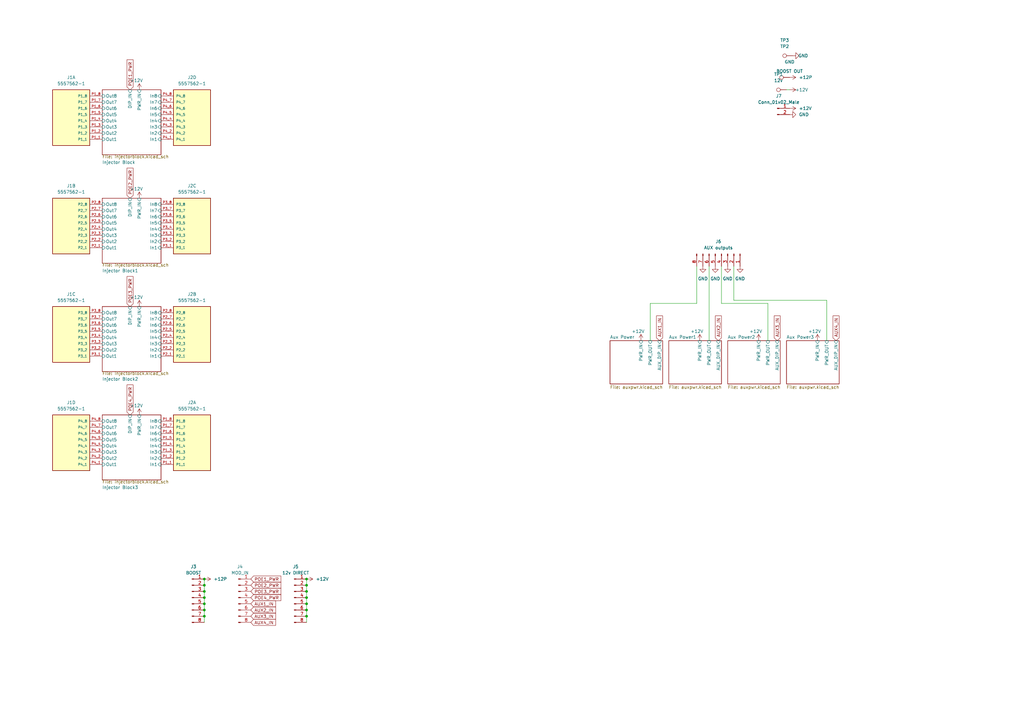
<source format=kicad_sch>
(kicad_sch (version 20211123) (generator eeschema)
  (paper "A3")
  (lib_symbols
    (symbol "5557562-1:5557562-1" (pin_names (offset 1.016))
      (property "Reference" "J" (at -7.62 11.43 0))
      (property "Value" "5557562-1" (at -7.62 -13.97 0))
      (symbol "5557562-1_1_0"
        (rectangle (start -7.62 -12.7) (end 7.62 10.16) (stroke (width 0.254)) (fill (type background)))
        (pin passive line (at -12.7 7.62 0) (length 5.08) (name "P1_1") (number "P1_1"))
        (pin passive line (at -12.7 5.08 0) (length 5.08) (name "P1_2") (number "P1_2"))
        (pin passive line (at -12.7 2.54 0) (length 5.08) (name "P1_3") (number "P1_3"))
        (pin passive line (at -12.7 0 0) (length 5.08) (name "P1_4") (number "P1_4"))
        (pin passive line (at -12.7 -2.54 0) (length 5.08) (name "P1_5") (number "P1_5"))
        (pin passive line (at -12.7 -5.08 0) (length 5.08) (name "P1_6") (number "P1_6"))
        (pin passive line (at -12.7 -7.62 0) (length 5.08) (name "P1_7") (number "P1_7"))
        (pin passive line (at -12.7 -10.16 0) (length 5.08) (name "P1_8") (number "P1_8"))
      )
      (symbol "5557562-1_2_0"
        (rectangle (start -7.62 -12.7) (end 7.62 10.16) (stroke (width 0.254)) (fill (type background)))
        (pin passive line (at -12.7 7.62 0) (length 5.08) (name "P2_1") (number "P2_1"))
        (pin passive line (at -12.7 5.08 0) (length 5.08) (name "P2_2") (number "P2_2"))
        (pin passive line (at -12.7 2.54 0) (length 5.08) (name "P2_3") (number "P2_3"))
        (pin passive line (at -12.7 0 0) (length 5.08) (name "P2_4") (number "P2_4"))
        (pin passive line (at -12.7 -2.54 0) (length 5.08) (name "P2_5") (number "P2_5"))
        (pin passive line (at -12.7 -5.08 0) (length 5.08) (name "P2_6") (number "P2_6"))
        (pin passive line (at -12.7 -7.62 0) (length 5.08) (name "P2_7") (number "P2_7"))
        (pin passive line (at -12.7 -10.16 0) (length 5.08) (name "P2_8") (number "P2_8"))
      )
      (symbol "5557562-1_3_0"
        (rectangle (start -7.62 -12.7) (end 7.62 10.16) (stroke (width 0.254)) (fill (type background)))
        (pin passive line (at -12.7 7.62 0) (length 5.08) (name "P3_1") (number "P3_1"))
        (pin passive line (at -12.7 5.08 0) (length 5.08) (name "P3_2") (number "P3_2"))
        (pin passive line (at -12.7 2.54 0) (length 5.08) (name "P3_3") (number "P3_3"))
        (pin passive line (at -12.7 0 0) (length 5.08) (name "P3_4") (number "P3_4"))
        (pin passive line (at -12.7 -2.54 0) (length 5.08) (name "P3_5") (number "P3_5"))
        (pin passive line (at -12.7 -5.08 0) (length 5.08) (name "P3_6") (number "P3_6"))
        (pin passive line (at -12.7 -7.62 0) (length 5.08) (name "P3_7") (number "P3_7"))
        (pin passive line (at -12.7 -10.16 0) (length 5.08) (name "P3_8") (number "P3_8"))
      )
      (symbol "5557562-1_4_0"
        (rectangle (start -7.62 -12.7) (end 7.62 10.16) (stroke (width 0.254)) (fill (type background)))
        (pin passive line (at -12.7 7.62 0) (length 5.08) (name "P4_1") (number "P4_1"))
        (pin passive line (at -12.7 5.08 0) (length 5.08) (name "P4_2") (number "P4_2"))
        (pin passive line (at -12.7 2.54 0) (length 5.08) (name "P4_3") (number "P4_3"))
        (pin passive line (at -12.7 0 0) (length 5.08) (name "P4_4") (number "P4_4"))
        (pin passive line (at -12.7 -2.54 0) (length 5.08) (name "P4_5") (number "P4_5"))
        (pin passive line (at -12.7 -5.08 0) (length 5.08) (name "P4_6") (number "P4_6"))
        (pin passive line (at -12.7 -7.62 0) (length 5.08) (name "P4_7") (number "P4_7"))
        (pin passive line (at -12.7 -10.16 0) (length 5.08) (name "P4_8") (number "P4_8"))
      )
    )
    (symbol "Connector:Conn_01x02_Male" (pin_names (offset 1.016) hide)
      (property "Reference" "J" (at 0 2.54 0))
      (property "Value" "Conn_01x02_Male" (at 0 -5.08 0))
      (symbol "Conn_01x02_Male_1_1"
        (polyline (pts (xy 1.27 -2.54) (xy 0.8636 -2.54)) (stroke (width 0.1524)))
        (polyline (pts (xy 1.27 0) (xy 0.8636 0)) (stroke (width 0.1524)))
        (rectangle (start 0.8636 -2.413) (end 0 -2.667) (stroke (width 0.1524)) (fill (type outline)))
        (rectangle (start 0.8636 0.127) (end 0 -0.127) (stroke (width 0.1524)) (fill (type outline)))
        (pin passive line (at 5.08 0 180) (length 3.81) (name "Pin_1") (number "1"))
        (pin passive line (at 5.08 -2.54 180) (length 3.81) (name "Pin_2") (number "2"))
      )
    )
    (symbol "Connector:Conn_01x08_Male" (pin_names (offset 1.016) hide)
      (property "Reference" "J" (at 0 10.16 0))
      (property "Value" "Conn_01x08_Male" (at 0 -12.7 0))
      (symbol "Conn_01x08_Male_1_1"
        (polyline (pts (xy 1.27 -10.16) (xy 0.8636 -10.16)) (stroke (width 0.1524)))
        (polyline (pts (xy 1.27 -7.62) (xy 0.8636 -7.62)) (stroke (width 0.1524)))
        (polyline (pts (xy 1.27 -5.08) (xy 0.8636 -5.08)) (stroke (width 0.1524)))
        (polyline (pts (xy 1.27 -2.54) (xy 0.8636 -2.54)) (stroke (width 0.1524)))
        (polyline (pts (xy 1.27 0) (xy 0.8636 0)) (stroke (width 0.1524)))
        (polyline (pts (xy 1.27 2.54) (xy 0.8636 2.54)) (stroke (width 0.1524)))
        (polyline (pts (xy 1.27 5.08) (xy 0.8636 5.08)) (stroke (width 0.1524)))
        (polyline (pts (xy 1.27 7.62) (xy 0.8636 7.62)) (stroke (width 0.1524)))
        (rectangle (start 0.8636 -10.033) (end 0 -10.287) (stroke (width 0.1524)) (fill (type outline)))
        (rectangle (start 0.8636 -7.493) (end 0 -7.747) (stroke (width 0.1524)) (fill (type outline)))
        (rectangle (start 0.8636 -4.953) (end 0 -5.207) (stroke (width 0.1524)) (fill (type outline)))
        (rectangle (start 0.8636 -2.413) (end 0 -2.667) (stroke (width 0.1524)) (fill (type outline)))
        (rectangle (start 0.8636 0.127) (end 0 -0.127) (stroke (width 0.1524)) (fill (type outline)))
        (rectangle (start 0.8636 2.667) (end 0 2.413) (stroke (width 0.1524)) (fill (type outline)))
        (rectangle (start 0.8636 5.207) (end 0 4.953) (stroke (width 0.1524)) (fill (type outline)))
        (rectangle (start 0.8636 7.747) (end 0 7.493) (stroke (width 0.1524)) (fill (type outline)))
        (pin passive line (at 5.08 7.62 180) (length 3.81) (name "Pin_1") (number "1"))
        (pin passive line (at 5.08 5.08 180) (length 3.81) (name "Pin_2") (number "2"))
        (pin passive line (at 5.08 2.54 180) (length 3.81) (name "Pin_3") (number "3"))
        (pin passive line (at 5.08 0 180) (length 3.81) (name "Pin_4") (number "4"))
        (pin passive line (at 5.08 -2.54 180) (length 3.81) (name "Pin_5") (number "5"))
        (pin passive line (at 5.08 -5.08 180) (length 3.81) (name "Pin_6") (number "6"))
        (pin passive line (at 5.08 -7.62 180) (length 3.81) (name "Pin_7") (number "7"))
        (pin passive line (at 5.08 -10.16 180) (length 3.81) (name "Pin_8") (number "8"))
      )
    )
    (symbol "Connector:TestPoint" (pin_numbers hide) (pin_names (offset 0.762) hide)
      (property "Reference" "TP" (at 0 6.858 0))
      (property "Value" "TestPoint" (at 0 5.08 0))
      (symbol "TestPoint_0_1"
        (circle (center 0 3.302) (radius 0.762))
      )
      (symbol "TestPoint_1_1"
        (pin passive line (at 0 0 90) (length 2.54) (name "1") (number "1"))
      )
    )
    (symbol "power:+12P" (power) (pin_names (offset 0))
      (property "Value" "+12P" (at 0 3.556 0))
      (symbol "+12P_0_1"
        (polyline (pts (xy -0.762 1.27) (xy 0 2.54)))
        (polyline (pts (xy 0 0) (xy 0 2.54)))
        (polyline (pts (xy 0 2.54) (xy 0.762 1.27)))
      )
      (symbol "+12P_1_1"
        (pin power_in line (at 0 0 90) (length 0) hide (name "+12P") (number "1"))
      )
    )
    (symbol "power:+12V" (power) (pin_names (offset 0))
      (property "Value" "+12V" (at 0 3.556 0))
      (symbol "+12V_0_1"
        (polyline (pts (xy -0.762 1.27) (xy 0 2.54)))
        (polyline (pts (xy 0 0) (xy 0 2.54)))
        (polyline (pts (xy 0 2.54) (xy 0.762 1.27)))
      )
      (symbol "+12V_1_1"
        (pin power_in line (at 0 0 90) (length 0) hide (name "+12V") (number "1"))
      )
    )
    (symbol "power:GND" (power) (pin_names (offset 0))
      (property "Value" "GND" (at 0 -3.81 0))
      (symbol "GND_0_1"
        (polyline (pts (xy 0 0) (xy 0 -1.27) (xy 1.27 -1.27) (xy 0 -2.54) (xy -1.27 -1.27) (xy 0 -1.27)))
      )
      (symbol "GND_1_1"
        (pin power_in line (at 0 0 270) (length 0) hide (name "GND") (number "1"))
      )
    )
  )
  (junction (at 125.73 250.19))
  (junction (at 125.73 245.11))
  (junction (at 125.73 240.03))
  (junction (at 125.73 252.73))
  (junction (at 83.82 252.73))
  (junction (at 83.82 247.65))
  (junction (at 125.73 237.49))
  (junction (at 83.82 240.03))
  (junction (at 125.73 242.57))
  (junction (at 83.82 237.49))
  (junction (at 125.73 247.65))
  (junction (at 83.82 250.19))
  (junction (at 83.82 242.57))
  (junction (at 83.82 245.11))
  (wire (pts (xy 125.73 240.03) (xy 125.73 242.57)))
  (wire (pts (xy 83.82 240.03) (xy 83.82 242.57)))
  (wire (pts (xy 125.73 242.57) (xy 125.73 245.11)))
  (wire (pts (xy 83.82 245.11) (xy 83.82 247.65)))
  (wire (pts (xy 300.99 123.19) (xy 339.09 123.19)))
  (wire (pts (xy 285.75 109.22) (xy 285.75 124.46)))
  (wire (pts (xy 125.73 237.49) (xy 125.73 240.03)))
  (wire (pts (xy 125.73 247.65) (xy 125.73 250.19)))
  (wire (pts (xy 83.82 250.19) (xy 83.82 252.73)))
  (wire (pts (xy 83.82 252.73) (xy 83.82 255.27)))
  (wire (pts (xy 290.83 109.22) (xy 290.83 139.7)))
  (wire (pts (xy 314.96 124.46) (xy 314.96 139.7)))
  (wire (pts (xy 125.73 250.19) (xy 125.73 252.73)))
  (wire (pts (xy 125.73 245.11) (xy 125.73 247.65)))
  (wire (pts (xy 125.73 252.73) (xy 125.73 255.27)))
  (wire (pts (xy 285.75 124.46) (xy 266.7 124.46)))
  (wire (pts (xy 322.58 36.83) (xy 323.85 36.83)))
  (wire (pts (xy 83.82 247.65) (xy 83.82 250.19)))
  (wire (pts (xy 83.82 242.57) (xy 83.82 245.11)))
  (wire (pts (xy 339.09 123.19) (xy 339.09 139.7)))
  (wire (pts (xy 295.91 124.46) (xy 314.96 124.46)))
  (wire (pts (xy 295.91 109.22) (xy 295.91 124.46)))
  (wire (pts (xy 300.99 109.22) (xy 300.99 123.19)))
  (wire (pts (xy 266.7 124.46) (xy 266.7 139.7)))
  (wire (pts (xy 83.82 237.49) (xy 83.82 240.03)))
  (global_label "AUX1_IN" (shape input) (at 270.51 139.7 90) (property "Intersheet References" "${INTERSHEET_REFS}" (effects hide)))
  (global_label "AUX2_IN" (shape input) (at 102.87 250.19 0) (property "Intersheet References" "${INTERSHEET_REFS}" (effects hide)))
  (global_label "AUX4_IN" (shape input) (at 342.9 139.7 90) (property "Intersheet References" "${INTERSHEET_REFS}" (effects hide)))
  (global_label "AUX2_IN" (shape input) (at 294.64 139.7 90) (property "Intersheet References" "${INTERSHEET_REFS}" (effects hide)))
  (global_label "AUX1_IN" (shape input) (at 102.87 247.65 0) (property "Intersheet References" "${INTERSHEET_REFS}" (effects hide)))
  (global_label "AUX3_IN" (shape input) (at 318.77 139.7 90) (property "Intersheet References" "${INTERSHEET_REFS}" (effects hide)))
  (global_label "POE1_PWR" (shape input) (at 53.34 36.83 90) (property "Intersheet References" "${INTERSHEET_REFS}" (effects hide)))
  (global_label "AUX4_IN" (shape input) (at 102.87 255.27 0) (property "Intersheet References" "${INTERSHEET_REFS}" (effects hide)))
  (global_label "POE3_PWR" (shape input) (at 102.87 242.57 0) (property "Intersheet References" "${INTERSHEET_REFS}" (effects hide)))
  (global_label "POE4_PWR" (shape input) (at 102.87 245.11 0) (property "Intersheet References" "${INTERSHEET_REFS}" (effects hide)))
  (global_label "POE1_PWR" (shape input) (at 102.87 237.49 0) (property "Intersheet References" "${INTERSHEET_REFS}" (effects hide)))
  (global_label "POE4_PWR" (shape input) (at 53.34 170.18 90) (property "Intersheet References" "${INTERSHEET_REFS}" (effects hide)))
  (global_label "POE2_PWR" (shape input) (at 102.87 240.03 0) (property "Intersheet References" "${INTERSHEET_REFS}" (effects hide)))
  (global_label "POE3_PWR" (shape input) (at 53.34 125.73 90) (property "Intersheet References" "${INTERSHEET_REFS}" (effects hide)))
  (global_label "AUX3_IN" (shape input) (at 102.87 252.73 0) (property "Intersheet References" "${INTERSHEET_REFS}" (effects hide)))
  (global_label "POE2_PWR" (shape input) (at 53.34 81.28 90) (property "Intersheet References" "${INTERSHEET_REFS}" (effects hide)))
  (symbol (lib_id "power:GND") (at 288.29 109.22 0) (unit 1)
    (property "Reference" "#PWR018" (effects hide))
    (property "Value" "GND" (at 288.29 114.3 0))
  )
  (symbol (lib_id "Connector:Conn_01x02_Male") (at 318.77 44.45 0) (unit 1)
    (property "Reference" "J7" (at 319.405 39.37 0))
    (property "Value" "Conn_01x02_Male" (at 319.405 41.91 0))
    (property "Footprint" "custom:WAGO-2604-1102" (effects hide))
  )
  (symbol (lib_id "5557562-1:5557562-1") (at 29.21 93.98 180) (unit 2)
    (property "Reference" "J1" (at 29.21 76.2 0))
    (property "Value" "5557562-1" (at 29.21 78.74 0))
    (property "Footprint" "custom:TE_5557562-1" (effects hide))
    (property "Comment" "5557562-1" (effects hide))
  )
  (symbol (lib_id "5557562-1:5557562-1") (at 78.74 182.88 0) (mirror x) (unit 1)
    (property "Reference" "J2" (at 78.74 165.1 0))
    (property "Value" "5557562-1" (at 78.74 167.64 0))
    (property "Footprint" "custom:TE_5557562-1" (effects hide))
    (property "Comment" "5557562-1" (effects hide))
  )
  (symbol (lib_id "Connector:TestPoint") (at 323.85 31.75 90) (unit 1)
    (property "Reference" "TP2" (at 321.818 19.05 90))
    (property "Value" "BOOST OUT" (at 323.85 29.21 90))
    (property "Footprint" "TestPoint:TestPoint_Plated_Hole_D3.0mm" (effects hide))
  )
  (symbol (lib_id "Connector:Conn_01x08_Male") (at 295.91 104.14 270) (unit 1)
    (property "Reference" "J6" (at 294.64 99.06 90))
    (property "Value" "AUX outputs" (at 294.64 101.6 90))
    (property "Footprint" "custom:1825700000" (effects hide))
  )
  (symbol (lib_id "Connector:Conn_01x08_Male") (at 78.74 245.11 0) (unit 1)
    (property "Reference" "J3" (at 79.375 232.41 0))
    (property "Value" "BOOST" (at 79.375 234.95 0))
    (property "Footprint" "Connector_PinHeader_2.54mm:PinHeader_1x08_P2.54mm_Vertical" (effects hide))
  )
  (symbol (lib_id "power:+12V") (at 287.02 139.7 0) (unit 1)
    (property "Reference" "#PWR017" (effects hide))
    (property "Value" "+12V" (at 283.21 135.89 0) (effects (justify left)))
  )
  (symbol (lib_id "Connector:Conn_01x08_Male") (at 120.65 245.11 0) (unit 1)
    (property "Reference" "J5" (at 121.285 232.41 0))
    (property "Value" "12v DIRECT" (at 121.285 234.95 0))
    (property "Footprint" "Connector_PinHeader_2.54mm:PinHeader_1x08_P2.54mm_Vertical" (effects hide))
  )
  (symbol (lib_id "power:+12V") (at 262.89 139.7 0) (unit 1)
    (property "Reference" "#PWR015" (effects hide))
    (property "Value" "+12V" (at 259.08 135.89 0) (effects (justify left)))
  )
  (symbol (lib_id "5557562-1:5557562-1") (at 29.21 182.88 180) (unit 4)
    (property "Reference" "J1" (at 29.21 165.1 0))
    (property "Value" "5557562-1" (at 29.21 167.64 0))
    (property "Footprint" "custom:TE_5557562-1" (effects hide))
    (property "Comment" "5557562-1" (effects hide))
  )
  (symbol (lib_id "5557562-1:5557562-1") (at 78.74 138.43 0) (mirror x) (unit 2)
    (property "Reference" "J2" (at 78.74 120.65 0))
    (property "Value" "5557562-1" (at 78.74 123.19 0))
    (property "Footprint" "custom:TE_5557562-1" (effects hide))
    (property "Comment" "5557562-1" (effects hide))
  )
  (symbol (lib_id "power:+12V") (at 323.85 36.83 270) (unit 1)
    (property "Reference" "#PWR024" (effects hide))
    (property "Value" "+12V" (at 331.47 36.83 90) (effects (justify right)))
  )
  (symbol (lib_id "power:+12V") (at 323.85 44.45 270) (unit 1)
    (property "Reference" "#PWR0105" (effects hide))
    (property "Value" "+12V" (at 327.66 44.4499 90) (effects (justify left)))
  )
  (symbol (lib_id "5557562-1:5557562-1") (at 78.74 49.53 0) (mirror x) (unit 4)
    (property "Reference" "J2" (at 78.74 31.75 0))
    (property "Value" "5557562-1" (at 78.74 34.29 0))
    (property "Footprint" "custom:TE_5557562-1" (effects hide))
    (property "Comment" "5557562-1" (effects hide))
  )
  (symbol (lib_id "power:+12V") (at 57.15 36.83 0) (unit 1)
    (property "Reference" "#PWR010" (effects hide))
    (property "Value" "+12V" (at 53.34 33.02 0) (effects (justify left)))
  )
  (symbol (lib_id "power:+12P") (at 323.85 31.75 270) (unit 1)
    (property "Reference" "#PWR026" (effects hide))
    (property "Value" "+12P" (at 327.66 31.7501 90) (effects (justify left)))
  )
  (symbol (lib_id "power:GND") (at 298.45 109.22 0) (unit 1)
    (property "Reference" "#PWR020" (effects hide))
    (property "Value" "GND" (at 298.45 114.3 0))
  )
  (symbol (lib_id "power:+12P") (at 83.82 237.49 270) (unit 1)
    (property "Reference" "#PWR014" (effects hide))
    (property "Value" "+12P" (at 87.63 237.4899 90) (effects (justify left)))
  )
  (symbol (lib_id "5557562-1:5557562-1") (at 78.74 93.98 0) (mirror x) (unit 3)
    (property "Reference" "J2" (at 78.74 76.2 0))
    (property "Value" "5557562-1" (at 78.74 78.74 0))
    (property "Footprint" "custom:TE_5557562-1" (effects hide))
    (property "Comment" "5557562-1" (effects hide))
  )
  (symbol (lib_id "power:+12V") (at 311.15 139.7 0) (unit 1)
    (property "Reference" "#PWR022" (effects hide))
    (property "Value" "+12V" (at 307.34 135.89 0) (effects (justify left)))
  )
  (symbol (lib_id "power:+12V") (at 335.28 139.7 0) (unit 1)
    (property "Reference" "#PWR023" (effects hide))
    (property "Value" "+12V" (at 331.47 135.89 0) (effects (justify left)))
  )
  (symbol (lib_id "power:GND") (at 303.53 109.22 0) (unit 1)
    (property "Reference" "#PWR021" (effects hide))
    (property "Value" "GND" (at 303.53 114.3 0))
  )
  (symbol (lib_id "Connector:TestPoint") (at 325.12 22.86 90) (unit 1)
    (property "Reference" "TP3" (at 321.818 16.51 90))
    (property "Value" "GND" (at 323.85 25.4 90))
    (property "Footprint" "TestPoint:TestPoint_Plated_Hole_D3.0mm" (effects hide))
  )
  (symbol (lib_id "Connector:Conn_01x08_Male") (at 97.79 245.11 0) (unit 1)
    (property "Reference" "J4" (at 98.425 232.41 0))
    (property "Value" "MOD_IN" (at 98.425 234.95 0))
    (property "Footprint" "Connector_PinHeader_2.54mm:PinHeader_1x08_P2.54mm_Vertical" (effects hide))
  )
  (symbol (lib_id "power:GND") (at 293.37 109.22 0) (unit 1)
    (property "Reference" "#PWR019" (effects hide))
    (property "Value" "GND" (at 293.37 114.3 0))
  )
  (symbol (lib_id "power:GND") (at 325.12 22.86 90) (unit 1)
    (property "Reference" "#PWR029" (effects hide))
    (property "Value" "GND" (at 331.47 22.86 90) (effects (justify left)))
  )
  (symbol (lib_id "5557562-1:5557562-1") (at 29.21 138.43 180) (unit 3)
    (property "Reference" "J1" (at 29.21 120.65 0))
    (property "Value" "5557562-1" (at 29.21 123.19 0))
    (property "Footprint" "custom:TE_5557562-1" (effects hide))
    (property "Comment" "5557562-1" (effects hide))
  )
  (symbol (lib_id "power:GND") (at 323.85 46.99 90) (unit 1)
    (property "Reference" "#PWR0106" (effects hide))
    (property "Value" "GND" (at 327.66 46.9899 90) (effects (justify right)))
  )
  (symbol (lib_id "power:+12V") (at 57.15 125.73 0) (unit 1)
    (property "Reference" "#PWR012" (effects hide))
    (property "Value" "+12V" (at 53.34 121.92 0) (effects (justify left)))
  )
  (symbol (lib_id "Connector:TestPoint") (at 322.58 36.83 90) (unit 1)
    (property "Reference" "TP1" (at 319.278 30.48 90))
    (property "Value" "12v" (at 319.278 33.02 90))
    (property "Footprint" "TestPoint:TestPoint_Plated_Hole_D3.0mm" (effects hide))
  )
  (symbol (lib_id "power:+12V") (at 57.15 81.28 0) (unit 1)
    (property "Reference" "#PWR011" (effects hide))
    (property "Value" "+12V" (at 53.34 77.47 0) (effects (justify left)))
  )
  (symbol (lib_id "power:+12V") (at 57.15 170.18 0) (unit 1)
    (property "Reference" "#PWR013" (effects hide))
    (property "Value" "+12V" (at 53.34 166.37 0) (effects (justify left)))
  )
  (symbol (lib_id "5557562-1:5557562-1") (at 29.21 49.53 180) (unit 1)
    (property "Reference" "J1" (at 29.21 31.75 0))
    (property "Value" "5557562-1" (at 29.21 34.29 0))
    (property "Footprint" "custom:TE_5557562-1" (effects hide))
    (property "Comment" "5557562-1" (effects hide))
  )
  (symbol (lib_id "power:+12V") (at 125.73 237.49 270) (unit 1)
    (property "Reference" "#PWR016" (effects hide))
    (property "Value" "+12V" (at 129.54 237.4899 90) (effects (justify left)))
  )
  (sheet (at 41.91 36.83) (size 24.13 26.67) (stroke (width 0.1524))
    (property "Sheet name" "Injector Block" (at 41.91 67.31 0) (effects (justify left bottom)))
    (property "Sheet file" "injectorblock.kicad_sch" (at 41.91 63.5 0) (effects (justify left top)))
    (pin "DIP_IN" input (at 53.34 36.83 90))
    (pin "PWR_IN" input (at 57.15 36.83 90))
    (pin "Out7" input (at 41.91 41.91 180))
    (pin "Out3" input (at 41.91 52.07 180))
    (pin "Out2" input (at 41.91 54.61 180))
    (pin "Out1" input (at 41.91 57.15 180))
    (pin "Out8" input (at 41.91 39.37 180))
    (pin "Out6" input (at 41.91 44.45 180))
    (pin "Out5" input (at 41.91 46.99 180))
    (pin "Out4" input (at 41.91 49.53 180))
    (pin "In4" input (at 66.04 49.53 0))
    (pin "In1" input (at 66.04 57.15 0))
    (pin "In3" input (at 66.04 52.07 0))
    (pin "In2" input (at 66.04 54.61 0))
    (pin "In5" input (at 66.04 46.99 0))
    (pin "In7" input (at 66.04 41.91 0))
    (pin "In6" input (at 66.04 44.45 0))
    (pin "In8" input (at 66.04 39.37 0))
  )
  (sheet (at 41.91 170.18) (size 24.13 26.67) (stroke (width 0.1524))
    (property "Sheet name" "Injector Block3" (at 41.91 200.66 0) (effects (justify left bottom)))
    (property "Sheet file" "injectorblock.kicad_sch" (at 41.91 196.85 0) (effects (justify left top)))
    (pin "DIP_IN" input (at 53.34 170.18 90))
    (pin "PWR_IN" input (at 57.15 170.18 90))
    (pin "Out7" input (at 41.91 175.26 180))
    (pin "Out3" input (at 41.91 185.42 180))
    (pin "Out2" input (at 41.91 187.96 180))
    (pin "Out1" input (at 41.91 190.5 180))
    (pin "Out8" input (at 41.91 172.72 180))
    (pin "Out6" input (at 41.91 177.8 180))
    (pin "Out5" input (at 41.91 180.34 180))
    (pin "Out4" input (at 41.91 182.88 180))
    (pin "In4" input (at 66.04 182.88 0))
    (pin "In1" input (at 66.04 190.5 0))
    (pin "In3" input (at 66.04 185.42 0))
    (pin "In2" input (at 66.04 187.96 0))
    (pin "In5" input (at 66.04 180.34 0))
    (pin "In7" input (at 66.04 175.26 0))
    (pin "In6" input (at 66.04 177.8 0))
    (pin "In8" input (at 66.04 172.72 0))
  )
  (sheet (at 298.45 139.7) (size 21.59 17.78) (stroke (width 0.1524))
    (property "Sheet name" "Aux Power2" (at 298.45 138.9884 0) (effects (justify left bottom)))
    (property "Sheet file" "auxpwr.kicad_sch" (at 298.45 158.0646 0) (effects (justify left top)))
    (pin "PWR_IN" input (at 311.15 139.7 90))
    (pin "PWR_OUT" input (at 314.96 139.7 90))
    (pin "AUX_DIP_IN" input (at 318.77 139.7 90))
  )
  (sheet (at 322.58 139.7) (size 21.59 17.78) (stroke (width 0.1524))
    (property "Sheet name" "Aux Power3" (at 322.58 138.9884 0) (effects (justify left bottom)))
    (property "Sheet file" "auxpwr.kicad_sch" (at 322.58 158.0646 0) (effects (justify left top)))
    (pin "PWR_IN" input (at 335.28 139.7 90))
    (pin "PWR_OUT" input (at 339.09 139.7 90))
    (pin "AUX_DIP_IN" input (at 342.9 139.7 90))
  )
  (sheet (at 274.32 139.7) (size 21.59 17.78) (stroke (width 0.1524))
    (property "Sheet name" "Aux Power1" (at 274.32 138.9884 0) (effects (justify left bottom)))
    (property "Sheet file" "auxpwr.kicad_sch" (at 274.32 158.0646 0) (effects (justify left top)))
    (pin "PWR_IN" input (at 287.02 139.7 90))
    (pin "PWR_OUT" input (at 290.83 139.7 90))
    (pin "AUX_DIP_IN" input (at 294.64 139.7 90))
  )
  (sheet (at 41.91 125.73) (size 24.13 26.67) (stroke (width 0.1524))
    (property "Sheet name" "Injector Block2" (at 41.91 156.21 0) (effects (justify left bottom)))
    (property "Sheet file" "injectorblock.kicad_sch" (at 41.91 152.4 0) (effects (justify left top)))
    (pin "DIP_IN" input (at 53.34 125.73 90))
    (pin "PWR_IN" input (at 57.15 125.73 90))
    (pin "Out7" input (at 41.91 130.81 180))
    (pin "Out3" input (at 41.91 140.97 180))
    (pin "Out2" input (at 41.91 143.51 180))
    (pin "Out1" input (at 41.91 146.05 180))
    (pin "Out8" input (at 41.91 128.27 180))
    (pin "Out6" input (at 41.91 133.35 180))
    (pin "Out5" input (at 41.91 135.89 180))
    (pin "Out4" input (at 41.91 138.43 180))
    (pin "In4" input (at 66.04 138.43 0))
    (pin "In1" input (at 66.04 146.05 0))
    (pin "In3" input (at 66.04 140.97 0))
    (pin "In2" input (at 66.04 143.51 0))
    (pin "In5" input (at 66.04 135.89 0))
    (pin "In7" input (at 66.04 130.81 0))
    (pin "In6" input (at 66.04 133.35 0))
    (pin "In8" input (at 66.04 128.27 0))
  )
  (sheet (at 250.19 139.7) (size 21.59 17.78) (stroke (width 0.1524))
    (property "Sheet name" "Aux Power" (at 250.19 138.9884 0) (effects (justify left bottom)))
    (property "Sheet file" "auxpwr.kicad_sch" (at 250.19 158.0646 0) (effects (justify left top)))
    (pin "PWR_IN" input (at 262.89 139.7 90))
    (pin "PWR_OUT" input (at 266.7 139.7 90))
    (pin "AUX_DIP_IN" input (at 270.51 139.7 90))
  )
  (sheet (at 41.91 81.28) (size 24.13 26.67) (stroke (width 0.1524))
    (property "Sheet name" "Injector Block1" (at 41.91 111.76 0) (effects (justify left bottom)))
    (property "Sheet file" "injectorblock.kicad_sch" (at 41.91 107.95 0) (effects (justify left top)))
    (pin "DIP_IN" input (at 53.34 81.28 90))
    (pin "PWR_IN" input (at 57.15 81.28 90))
    (pin "Out7" input (at 41.91 86.36 180))
    (pin "Out3" input (at 41.91 96.52 180))
    (pin "Out2" input (at 41.91 99.06 180))
    (pin "Out1" input (at 41.91 101.6 180))
    (pin "Out8" input (at 41.91 83.82 180))
    (pin "Out6" input (at 41.91 88.9 180))
    (pin "Out5" input (at 41.91 91.44 180))
    (pin "Out4" input (at 41.91 93.98 180))
    (pin "In4" input (at 66.04 93.98 0))
    (pin "In1" input (at 66.04 101.6 0))
    (pin "In3" input (at 66.04 96.52 0))
    (pin "In2" input (at 66.04 99.06 0))
    (pin "In5" input (at 66.04 91.44 0))
    (pin "In7" input (at 66.04 86.36 0))
    (pin "In6" input (at 66.04 88.9 0))
    (pin "In8" input (at 66.04 83.82 0))
  )
)
</source>
